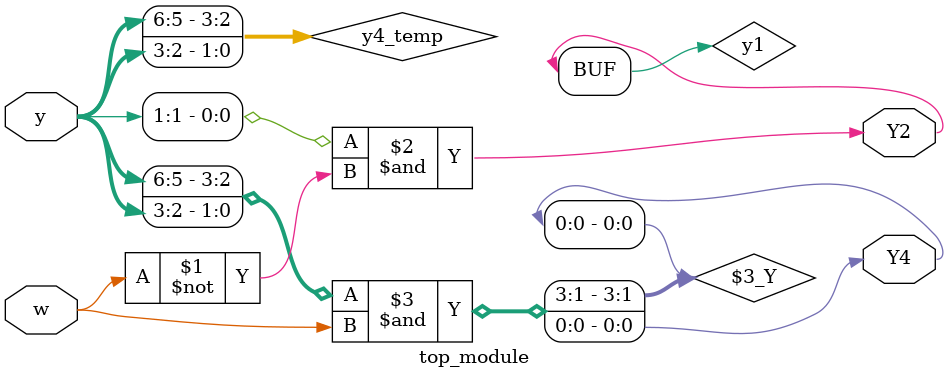
<source format=sv>
module top_module (
    input [6:1] y,
    input w,
    output Y2,
    output Y4
);

    wire y1;
    wire [4:1] y4_temp;
    
    assign y1 = y[1] & ~w;
    assign y4_temp = {y[6], y[5], y[3], y[2]};
    assign Y2 = y1;
    assign Y4 = y4_temp & w;
    
endmodule

</source>
